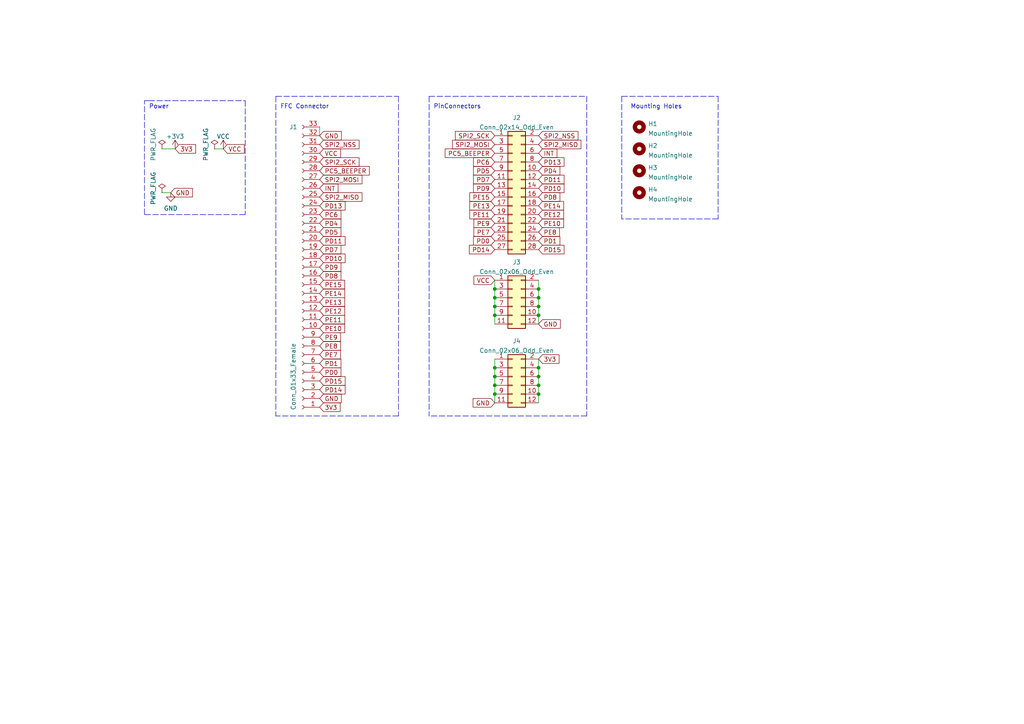
<source format=kicad_sch>
(kicad_sch (version 20211123) (generator eeschema)
  (paper "A4")
  (lib_symbols
    (symbol "Connector:Conn_01x33_Female" (pin_names (offset 1.016) hide)
      (property "Reference" "J" (at 0 43.18 0))
      (property "Value" "Conn_01x33_Female" (at 0 -43.18 0))
      (symbol "Conn_01x33_Female_1_1"
        (arc (start 0 -40.132) (mid -0.508 -40.64) (end 0 -41.148) (stroke (width 0.1524)))
        (arc (start 0 -37.592) (mid -0.508 -38.1) (end 0 -38.608) (stroke (width 0.1524)))
        (arc (start 0 -35.052) (mid -0.508 -35.56) (end 0 -36.068) (stroke (width 0.1524)))
        (arc (start 0 -32.512) (mid -0.508 -33.02) (end 0 -33.528) (stroke (width 0.1524)))
        (arc (start 0 -29.972) (mid -0.508 -30.48) (end 0 -30.988) (stroke (width 0.1524)))
        (arc (start 0 -27.432) (mid -0.508 -27.94) (end 0 -28.448) (stroke (width 0.1524)))
        (arc (start 0 -24.892) (mid -0.508 -25.4) (end 0 -25.908) (stroke (width 0.1524)))
        (arc (start 0 -22.352) (mid -0.508 -22.86) (end 0 -23.368) (stroke (width 0.1524)))
        (arc (start 0 -19.812) (mid -0.508 -20.32) (end 0 -20.828) (stroke (width 0.1524)))
        (arc (start 0 -17.272) (mid -0.508 -17.78) (end 0 -18.288) (stroke (width 0.1524)))
        (arc (start 0 -14.732) (mid -0.508 -15.24) (end 0 -15.748) (stroke (width 0.1524)))
        (arc (start 0 -12.192) (mid -0.508 -12.7) (end 0 -13.208) (stroke (width 0.1524)))
        (arc (start 0 -9.652) (mid -0.508 -10.16) (end 0 -10.668) (stroke (width 0.1524)))
        (arc (start 0 -7.112) (mid -0.508 -7.62) (end 0 -8.128) (stroke (width 0.1524)))
        (arc (start 0 -4.572) (mid -0.508 -5.08) (end 0 -5.588) (stroke (width 0.1524)))
        (arc (start 0 -2.032) (mid -0.508 -2.54) (end 0 -3.048) (stroke (width 0.1524)))
        (polyline (pts (xy -1.27 -40.64) (xy -0.508 -40.64)) (stroke (width 0.1524)))
        (polyline (pts (xy -1.27 -38.1) (xy -0.508 -38.1)) (stroke (width 0.1524)))
        (polyline (pts (xy -1.27 -35.56) (xy -0.508 -35.56)) (stroke (width 0.1524)))
        (polyline (pts (xy -1.27 -33.02) (xy -0.508 -33.02)) (stroke (width 0.1524)))
        (polyline (pts (xy -1.27 -30.48) (xy -0.508 -30.48)) (stroke (width 0.1524)))
        (polyline (pts (xy -1.27 -27.94) (xy -0.508 -27.94)) (stroke (width 0.1524)))
        (polyline (pts (xy -1.27 -25.4) (xy -0.508 -25.4)) (stroke (width 0.1524)))
        (polyline (pts (xy -1.27 -22.86) (xy -0.508 -22.86)) (stroke (width 0.1524)))
        (polyline (pts (xy -1.27 -20.32) (xy -0.508 -20.32)) (stroke (width 0.1524)))
        (polyline (pts (xy -1.27 -17.78) (xy -0.508 -17.78)) (stroke (width 0.1524)))
        (polyline (pts (xy -1.27 -15.24) (xy -0.508 -15.24)) (stroke (width 0.1524)))
        (polyline (pts (xy -1.27 -12.7) (xy -0.508 -12.7)) (stroke (width 0.1524)))
        (polyline (pts (xy -1.27 -10.16) (xy -0.508 -10.16)) (stroke (width 0.1524)))
        (polyline (pts (xy -1.27 -7.62) (xy -0.508 -7.62)) (stroke (width 0.1524)))
        (polyline (pts (xy -1.27 -5.08) (xy -0.508 -5.08)) (stroke (width 0.1524)))
        (polyline (pts (xy -1.27 -2.54) (xy -0.508 -2.54)) (stroke (width 0.1524)))
        (polyline (pts (xy -1.27 0) (xy -0.508 0)) (stroke (width 0.1524)))
        (polyline (pts (xy -1.27 2.54) (xy -0.508 2.54)) (stroke (width 0.1524)))
        (polyline (pts (xy -1.27 5.08) (xy -0.508 5.08)) (stroke (width 0.1524)))
        (polyline (pts (xy -1.27 7.62) (xy -0.508 7.62)) (stroke (width 0.1524)))
        (polyline (pts (xy -1.27 10.16) (xy -0.508 10.16)) (stroke (width 0.1524)))
        (polyline (pts (xy -1.27 12.7) (xy -0.508 12.7)) (stroke (width 0.1524)))
        (polyline (pts (xy -1.27 15.24) (xy -0.508 15.24)) (stroke (width 0.1524)))
        (polyline (pts (xy -1.27 17.78) (xy -0.508 17.78)) (stroke (width 0.1524)))
        (polyline (pts (xy -1.27 20.32) (xy -0.508 20.32)) (stroke (width 0.1524)))
        (polyline (pts (xy -1.27 22.86) (xy -0.508 22.86)) (stroke (width 0.1524)))
        (polyline (pts (xy -1.27 25.4) (xy -0.508 25.4)) (stroke (width 0.1524)))
        (polyline (pts (xy -1.27 27.94) (xy -0.508 27.94)) (stroke (width 0.1524)))
        (polyline (pts (xy -1.27 30.48) (xy -0.508 30.48)) (stroke (width 0.1524)))
        (polyline (pts (xy -1.27 33.02) (xy -0.508 33.02)) (stroke (width 0.1524)))
        (polyline (pts (xy -1.27 35.56) (xy -0.508 35.56)) (stroke (width 0.1524)))
        (polyline (pts (xy -1.27 38.1) (xy -0.508 38.1)) (stroke (width 0.1524)))
        (polyline (pts (xy -1.27 40.64) (xy -0.508 40.64)) (stroke (width 0.1524)))
        (arc (start 0 0.508) (mid -0.508 0) (end 0 -0.508) (stroke (width 0.1524)))
        (arc (start 0 3.048) (mid -0.508 2.54) (end 0 2.032) (stroke (width 0.1524)))
        (arc (start 0 5.588) (mid -0.508 5.08) (end 0 4.572) (stroke (width 0.1524)))
        (arc (start 0 8.128) (mid -0.508 7.62) (end 0 7.112) (stroke (width 0.1524)))
        (arc (start 0 10.668) (mid -0.508 10.16) (end 0 9.652) (stroke (width 0.1524)))
        (arc (start 0 13.208) (mid -0.508 12.7) (end 0 12.192) (stroke (width 0.1524)))
        (arc (start 0 15.748) (mid -0.508 15.24) (end 0 14.732) (stroke (width 0.1524)))
        (arc (start 0 18.288) (mid -0.508 17.78) (end 0 17.272) (stroke (width 0.1524)))
        (arc (start 0 20.828) (mid -0.508 20.32) (end 0 19.812) (stroke (width 0.1524)))
        (arc (start 0 23.368) (mid -0.508 22.86) (end 0 22.352) (stroke (width 0.1524)))
        (arc (start 0 25.908) (mid -0.508 25.4) (end 0 24.892) (stroke (width 0.1524)))
        (arc (start 0 28.448) (mid -0.508 27.94) (end 0 27.432) (stroke (width 0.1524)))
        (arc (start 0 30.988) (mid -0.508 30.48) (end 0 29.972) (stroke (width 0.1524)))
        (arc (start 0 33.528) (mid -0.508 33.02) (end 0 32.512) (stroke (width 0.1524)))
        (arc (start 0 36.068) (mid -0.508 35.56) (end 0 35.052) (stroke (width 0.1524)))
        (arc (start 0 38.608) (mid -0.508 38.1) (end 0 37.592) (stroke (width 0.1524)))
        (arc (start 0 41.148) (mid -0.508 40.64) (end 0 40.132) (stroke (width 0.1524)))
        (pin passive line (at -5.08 40.64 0) (length 3.81) (name "Pin_1") (number "1"))
        (pin passive line (at -5.08 17.78 0) (length 3.81) (name "Pin_10") (number "10"))
        (pin passive line (at -5.08 15.24 0) (length 3.81) (name "Pin_11") (number "11"))
        (pin passive line (at -5.08 12.7 0) (length 3.81) (name "Pin_12") (number "12"))
        (pin passive line (at -5.08 10.16 0) (length 3.81) (name "Pin_13") (number "13"))
        (pin passive line (at -5.08 7.62 0) (length 3.81) (name "Pin_14") (number "14"))
        (pin passive line (at -5.08 5.08 0) (length 3.81) (name "Pin_15") (number "15"))
        (pin passive line (at -5.08 2.54 0) (length 3.81) (name "Pin_16") (number "16"))
        (pin passive line (at -5.08 0 0) (length 3.81) (name "Pin_17") (number "17"))
        (pin passive line (at -5.08 -2.54 0) (length 3.81) (name "Pin_18") (number "18"))
        (pin passive line (at -5.08 -5.08 0) (length 3.81) (name "Pin_19") (number "19"))
        (pin passive line (at -5.08 38.1 0) (length 3.81) (name "Pin_2") (number "2"))
        (pin passive line (at -5.08 -7.62 0) (length 3.81) (name "Pin_20") (number "20"))
        (pin passive line (at -5.08 -10.16 0) (length 3.81) (name "Pin_21") (number "21"))
        (pin passive line (at -5.08 -12.7 0) (length 3.81) (name "Pin_22") (number "22"))
        (pin passive line (at -5.08 -15.24 0) (length 3.81) (name "Pin_23") (number "23"))
        (pin passive line (at -5.08 -17.78 0) (length 3.81) (name "Pin_24") (number "24"))
        (pin passive line (at -5.08 -20.32 0) (length 3.81) (name "Pin_25") (number "25"))
        (pin passive line (at -5.08 -22.86 0) (length 3.81) (name "Pin_26") (number "26"))
        (pin passive line (at -5.08 -25.4 0) (length 3.81) (name "Pin_27") (number "27"))
        (pin passive line (at -5.08 -27.94 0) (length 3.81) (name "Pin_28") (number "28"))
        (pin passive line (at -5.08 -30.48 0) (length 3.81) (name "Pin_29") (number "29"))
        (pin passive line (at -5.08 35.56 0) (length 3.81) (name "Pin_3") (number "3"))
        (pin passive line (at -5.08 -33.02 0) (length 3.81) (name "Pin_30") (number "30"))
        (pin passive line (at -5.08 -35.56 0) (length 3.81) (name "Pin_31") (number "31"))
        (pin passive line (at -5.08 -38.1 0) (length 3.81) (name "Pin_32") (number "32"))
        (pin passive line (at -5.08 -40.64 0) (length 3.81) (name "Pin_33") (number "33"))
        (pin passive line (at -5.08 33.02 0) (length 3.81) (name "Pin_4") (number "4"))
        (pin passive line (at -5.08 30.48 0) (length 3.81) (name "Pin_5") (number "5"))
        (pin passive line (at -5.08 27.94 0) (length 3.81) (name "Pin_6") (number "6"))
        (pin passive line (at -5.08 25.4 0) (length 3.81) (name "Pin_7") (number "7"))
        (pin passive line (at -5.08 22.86 0) (length 3.81) (name "Pin_8") (number "8"))
        (pin passive line (at -5.08 20.32 0) (length 3.81) (name "Pin_9") (number "9"))
      )
    )
    (symbol "Connector_Generic:Conn_02x06_Odd_Even" (pin_names (offset 1.016) hide)
      (property "Reference" "J" (at 1.27 7.62 0))
      (property "Value" "Conn_02x06_Odd_Even" (at 1.27 -10.16 0))
      (symbol "Conn_02x06_Odd_Even_1_1"
        (rectangle (start -1.27 -7.493) (end 0 -7.747) (stroke (width 0.1524)))
        (rectangle (start -1.27 -4.953) (end 0 -5.207) (stroke (width 0.1524)))
        (rectangle (start -1.27 -2.413) (end 0 -2.667) (stroke (width 0.1524)))
        (rectangle (start -1.27 0.127) (end 0 -0.127) (stroke (width 0.1524)))
        (rectangle (start -1.27 2.667) (end 0 2.413) (stroke (width 0.1524)))
        (rectangle (start -1.27 5.207) (end 0 4.953) (stroke (width 0.1524)))
        (rectangle (start -1.27 6.35) (end 3.81 -8.89) (stroke (width 0.254)) (fill (type background)))
        (rectangle (start 3.81 -7.493) (end 2.54 -7.747) (stroke (width 0.1524)))
        (rectangle (start 3.81 -4.953) (end 2.54 -5.207) (stroke (width 0.1524)))
        (rectangle (start 3.81 -2.413) (end 2.54 -2.667) (stroke (width 0.1524)))
        (rectangle (start 3.81 0.127) (end 2.54 -0.127) (stroke (width 0.1524)))
        (rectangle (start 3.81 2.667) (end 2.54 2.413) (stroke (width 0.1524)))
        (rectangle (start 3.81 5.207) (end 2.54 4.953) (stroke (width 0.1524)))
        (pin passive line (at -5.08 5.08 0) (length 3.81) (name "Pin_1") (number "1"))
        (pin passive line (at 7.62 -5.08 180) (length 3.81) (name "Pin_10") (number "10"))
        (pin passive line (at -5.08 -7.62 0) (length 3.81) (name "Pin_11") (number "11"))
        (pin passive line (at 7.62 -7.62 180) (length 3.81) (name "Pin_12") (number "12"))
        (pin passive line (at 7.62 5.08 180) (length 3.81) (name "Pin_2") (number "2"))
        (pin passive line (at -5.08 2.54 0) (length 3.81) (name "Pin_3") (number "3"))
        (pin passive line (at 7.62 2.54 180) (length 3.81) (name "Pin_4") (number "4"))
        (pin passive line (at -5.08 0 0) (length 3.81) (name "Pin_5") (number "5"))
        (pin passive line (at 7.62 0 180) (length 3.81) (name "Pin_6") (number "6"))
        (pin passive line (at -5.08 -2.54 0) (length 3.81) (name "Pin_7") (number "7"))
        (pin passive line (at 7.62 -2.54 180) (length 3.81) (name "Pin_8") (number "8"))
        (pin passive line (at -5.08 -5.08 0) (length 3.81) (name "Pin_9") (number "9"))
      )
    )
    (symbol "Connector_Generic:Conn_02x14_Odd_Even" (pin_names (offset 1.016) hide)
      (property "Reference" "J" (at 1.27 17.78 0))
      (property "Value" "Conn_02x14_Odd_Even" (at 1.27 -20.32 0))
      (symbol "Conn_02x14_Odd_Even_1_1"
        (rectangle (start -1.27 -17.653) (end 0 -17.907) (stroke (width 0.1524)))
        (rectangle (start -1.27 -15.113) (end 0 -15.367) (stroke (width 0.1524)))
        (rectangle (start -1.27 -12.573) (end 0 -12.827) (stroke (width 0.1524)))
        (rectangle (start -1.27 -10.033) (end 0 -10.287) (stroke (width 0.1524)))
        (rectangle (start -1.27 -7.493) (end 0 -7.747) (stroke (width 0.1524)))
        (rectangle (start -1.27 -4.953) (end 0 -5.207) (stroke (width 0.1524)))
        (rectangle (start -1.27 -2.413) (end 0 -2.667) (stroke (width 0.1524)))
        (rectangle (start -1.27 0.127) (end 0 -0.127) (stroke (width 0.1524)))
        (rectangle (start -1.27 2.667) (end 0 2.413) (stroke (width 0.1524)))
        (rectangle (start -1.27 5.207) (end 0 4.953) (stroke (width 0.1524)))
        (rectangle (start -1.27 7.747) (end 0 7.493) (stroke (width 0.1524)))
        (rectangle (start -1.27 10.287) (end 0 10.033) (stroke (width 0.1524)))
        (rectangle (start -1.27 12.827) (end 0 12.573) (stroke (width 0.1524)))
        (rectangle (start -1.27 15.367) (end 0 15.113) (stroke (width 0.1524)))
        (rectangle (start -1.27 16.51) (end 3.81 -19.05) (stroke (width 0.254)) (fill (type background)))
        (rectangle (start 3.81 -17.653) (end 2.54 -17.907) (stroke (width 0.1524)))
        (rectangle (start 3.81 -15.113) (end 2.54 -15.367) (stroke (width 0.1524)))
        (rectangle (start 3.81 -12.573) (end 2.54 -12.827) (stroke (width 0.1524)))
        (rectangle (start 3.81 -10.033) (end 2.54 -10.287) (stroke (width 0.1524)))
        (rectangle (start 3.81 -7.493) (end 2.54 -7.747) (stroke (width 0.1524)))
        (rectangle (start 3.81 -4.953) (end 2.54 -5.207) (stroke (width 0.1524)))
        (rectangle (start 3.81 -2.413) (end 2.54 -2.667) (stroke (width 0.1524)))
        (rectangle (start 3.81 0.127) (end 2.54 -0.127) (stroke (width 0.1524)))
        (rectangle (start 3.81 2.667) (end 2.54 2.413) (stroke (width 0.1524)))
        (rectangle (start 3.81 5.207) (end 2.54 4.953) (stroke (width 0.1524)))
        (rectangle (start 3.81 7.747) (end 2.54 7.493) (stroke (width 0.1524)))
        (rectangle (start 3.81 10.287) (end 2.54 10.033) (stroke (width 0.1524)))
        (rectangle (start 3.81 12.827) (end 2.54 12.573) (stroke (width 0.1524)))
        (rectangle (start 3.81 15.367) (end 2.54 15.113) (stroke (width 0.1524)))
        (pin passive line (at -5.08 15.24 0) (length 3.81) (name "Pin_1") (number "1"))
        (pin passive line (at 7.62 5.08 180) (length 3.81) (name "Pin_10") (number "10"))
        (pin passive line (at -5.08 2.54 0) (length 3.81) (name "Pin_11") (number "11"))
        (pin passive line (at 7.62 2.54 180) (length 3.81) (name "Pin_12") (number "12"))
        (pin passive line (at -5.08 0 0) (length 3.81) (name "Pin_13") (number "13"))
        (pin passive line (at 7.62 0 180) (length 3.81) (name "Pin_14") (number "14"))
        (pin passive line (at -5.08 -2.54 0) (length 3.81) (name "Pin_15") (number "15"))
        (pin passive line (at 7.62 -2.54 180) (length 3.81) (name "Pin_16") (number "16"))
        (pin passive line (at -5.08 -5.08 0) (length 3.81) (name "Pin_17") (number "17"))
        (pin passive line (at 7.62 -5.08 180) (length 3.81) (name "Pin_18") (number "18"))
        (pin passive line (at -5.08 -7.62 0) (length 3.81) (name "Pin_19") (number "19"))
        (pin passive line (at 7.62 15.24 180) (length 3.81) (name "Pin_2") (number "2"))
        (pin passive line (at 7.62 -7.62 180) (length 3.81) (name "Pin_20") (number "20"))
        (pin passive line (at -5.08 -10.16 0) (length 3.81) (name "Pin_21") (number "21"))
        (pin passive line (at 7.62 -10.16 180) (length 3.81) (name "Pin_22") (number "22"))
        (pin passive line (at -5.08 -12.7 0) (length 3.81) (name "Pin_23") (number "23"))
        (pin passive line (at 7.62 -12.7 180) (length 3.81) (name "Pin_24") (number "24"))
        (pin passive line (at -5.08 -15.24 0) (length 3.81) (name "Pin_25") (number "25"))
        (pin passive line (at 7.62 -15.24 180) (length 3.81) (name "Pin_26") (number "26"))
        (pin passive line (at -5.08 -17.78 0) (length 3.81) (name "Pin_27") (number "27"))
        (pin passive line (at 7.62 -17.78 180) (length 3.81) (name "Pin_28") (number "28"))
        (pin passive line (at -5.08 12.7 0) (length 3.81) (name "Pin_3") (number "3"))
        (pin passive line (at 7.62 12.7 180) (length 3.81) (name "Pin_4") (number "4"))
        (pin passive line (at -5.08 10.16 0) (length 3.81) (name "Pin_5") (number "5"))
        (pin passive line (at 7.62 10.16 180) (length 3.81) (name "Pin_6") (number "6"))
        (pin passive line (at -5.08 7.62 0) (length 3.81) (name "Pin_7") (number "7"))
        (pin passive line (at 7.62 7.62 180) (length 3.81) (name "Pin_8") (number "8"))
        (pin passive line (at -5.08 5.08 0) (length 3.81) (name "Pin_9") (number "9"))
      )
    )
    (symbol "Mechanical:MountingHole" (pin_names (offset 1.016))
      (property "Reference" "H" (at 0 5.08 0))
      (property "Value" "MountingHole" (at 0 3.175 0))
      (symbol "MountingHole_0_1"
        (circle (center 0 0) (radius 1.27) (stroke (width 1.27)))
      )
    )
    (symbol "power:+3V3" (power) (pin_names (offset 0))
      (property "Value" "+3V3" (at 0 3.556 0))
      (symbol "+3V3_0_1"
        (polyline (pts (xy -0.762 1.27) (xy 0 2.54)))
        (polyline (pts (xy 0 0) (xy 0 2.54)))
        (polyline (pts (xy 0 2.54) (xy 0.762 1.27)))
      )
      (symbol "+3V3_1_1"
        (pin power_in line (at 0 0 90) (length 0) hide (name "+3V3") (number "1"))
      )
    )
    (symbol "power:GND" (power) (pin_names (offset 0))
      (property "Value" "GND" (at 0 -3.81 0))
      (symbol "GND_0_1"
        (polyline (pts (xy 0 0) (xy 0 -1.27) (xy 1.27 -1.27) (xy 0 -2.54) (xy -1.27 -1.27) (xy 0 -1.27)))
      )
      (symbol "GND_1_1"
        (pin power_in line (at 0 0 270) (length 0) hide (name "GND") (number "1"))
      )
    )
    (symbol "power:PWR_FLAG" (power) (pin_numbers hide) (pin_names (offset 0) hide)
      (property "Value" "PWR_FLAG" (at 0 3.81 0))
      (symbol "PWR_FLAG_0_0"
        (pin power_out line (at 0 0 90) (length 0) (name "pwr") (number "1"))
      )
      (symbol "PWR_FLAG_0_1"
        (polyline (pts (xy 0 0) (xy 0 1.27) (xy -1.016 1.905) (xy 0 2.54) (xy 1.016 1.905) (xy 0 1.27)))
      )
    )
    (symbol "power:VCC" (power) (pin_names (offset 0))
      (property "Value" "VCC" (at 0 3.81 0))
      (symbol "VCC_0_1"
        (polyline (pts (xy -0.762 1.27) (xy 0 2.54)))
        (polyline (pts (xy 0 0) (xy 0 2.54)))
        (polyline (pts (xy 0 2.54) (xy 0.762 1.27)))
      )
      (symbol "VCC_1_1"
        (pin power_in line (at 0 0 90) (length 0) hide (name "VCC") (number "1"))
      )
    )
  )
  (junction (at 143.51 114.3))
  (junction (at 143.51 109.22))
  (junction (at 143.51 106.68))
  (junction (at 156.21 109.22))
  (junction (at 143.51 91.44))
  (junction (at 156.21 111.76))
  (junction (at 143.51 86.36))
  (junction (at 143.51 111.76))
  (junction (at 143.51 88.9))
  (junction (at 156.21 88.9))
  (junction (at 156.21 91.44))
  (junction (at 156.21 106.68))
  (junction (at 143.51 83.82))
  (junction (at 156.21 86.36))
  (junction (at 156.21 83.82))
  (junction (at 156.21 114.3))
  (wire (pts (xy 156.21 109.22) (xy 156.21 111.76)))
  (polyline (pts (xy 80.01 27.94) (xy 115.57 27.94)))
  (polyline (pts (xy 124.46 27.94) (xy 124.46 120.65)))
  (wire (pts (xy 156.21 111.76) (xy 156.21 114.3)))
  (wire (pts (xy 156.21 86.36) (xy 156.21 88.9)))
  (wire (pts (xy 92.71 36.83) (xy 92.71 39.37)))
  (wire (pts (xy 143.51 81.28) (xy 143.51 83.82)))
  (polyline (pts (xy 115.57 120.65) (xy 80.01 120.65)))
  (polyline (pts (xy 170.18 120.65) (xy 124.46 120.65)))
  (wire (pts (xy 143.51 111.76) (xy 143.51 114.3)))
  (polyline (pts (xy 208.28 63.5) (xy 180.34 63.5)))
  (wire (pts (xy 143.51 83.82) (xy 143.51 86.36)))
  (polyline (pts (xy 71.12 62.23) (xy 41.91 62.23)))
  (wire (pts (xy 143.51 88.9) (xy 143.51 91.44)))
  (polyline (pts (xy 180.34 27.94) (xy 208.28 27.94)))
  (wire (pts (xy 143.51 104.14) (xy 143.51 106.68)))
  (polyline (pts (xy 80.01 27.94) (xy 80.01 120.65)))
  (polyline (pts (xy 43.18 29.21) (xy 71.12 29.21)))
  (wire (pts (xy 143.51 106.68) (xy 143.51 109.22)))
  (wire (pts (xy 143.51 91.44) (xy 143.51 93.98)))
  (wire (pts (xy 156.21 81.28) (xy 156.21 83.82)))
  (polyline (pts (xy 41.91 62.23) (xy 41.91 29.21)))
  (wire (pts (xy 143.51 86.36) (xy 143.51 88.9)))
  (polyline (pts (xy 115.57 27.94) (xy 115.57 120.65)))
  (polyline (pts (xy 170.18 27.94) (xy 170.18 120.65)))
  (wire (pts (xy 156.21 104.14) (xy 156.21 106.68)))
  (wire (pts (xy 156.21 91.44) (xy 156.21 93.98)))
  (polyline (pts (xy 41.91 29.21) (xy 43.18 29.21)))
  (polyline (pts (xy 124.46 27.94) (xy 170.18 27.94)))
  (polyline (pts (xy 71.12 29.21) (xy 71.12 62.23)))
  (polyline (pts (xy 208.28 27.94) (xy 208.28 63.5)))
  (wire (pts (xy 46.99 55.88) (xy 49.53 55.88)))
  (wire (pts (xy 156.21 83.82) (xy 156.21 86.36)))
  (wire (pts (xy 156.21 88.9) (xy 156.21 91.44)))
  (wire (pts (xy 143.51 114.3) (xy 143.51 116.84)))
  (polyline (pts (xy 180.34 27.94) (xy 180.34 63.5)))
  (wire (pts (xy 156.21 114.3) (xy 156.21 116.84)))
  (wire (pts (xy 46.99 43.18) (xy 50.8 43.18)))
  (wire (pts (xy 62.23 43.18) (xy 64.77 43.18)))
  (wire (pts (xy 143.51 109.22) (xy 143.51 111.76)))
  (wire (pts (xy 156.21 106.68) (xy 156.21 109.22)))
  (text "PinConnectors" (at 125.73 31.75 0) (effects (font (size 1.27 1.27)) (justify left bottom)))
  (text "Power" (at 43.18 31.75 0) (effects (font (size 1.27 1.27)) (justify left bottom)))
  (text "Mounting Holes" (at 182.88 31.75 0) (effects (font (size 1.27 1.27)) (justify left bottom)))
  (text "FFC Connector" (at 81.28 31.75 0) (effects (font (size 1.27 1.27)) (justify left bottom)))
  (global_label "INT" (shape input) (at 156.21 44.45 0) (property "Intersheet References" "${INTERSHEET_REFS}" (effects hide)))
  (global_label "PE11" (shape input) (at 92.71 92.71 0) (property "Intersheet References" "${INTERSHEET_REFS}" (effects hide)))
  (global_label "VCC" (shape input) (at 64.77 43.18 0) (property "Intersheet References" "${INTERSHEET_REFS}" (effects hide)))
  (global_label "3V3" (shape input) (at 50.8 43.18 0) (property "Intersheet References" "${INTERSHEET_REFS}" (effects hide)))
  (global_label "PC6" (shape input) (at 143.51 46.99 180) (property "Intersheet References" "${INTERSHEET_REFS}" (effects hide)))
  (global_label "PD7" (shape input) (at 143.51 52.07 180) (property "Intersheet References" "${INTERSHEET_REFS}" (effects hide)))
  (global_label "PE13" (shape input) (at 143.51 59.69 180) (property "Intersheet References" "${INTERSHEET_REFS}" (effects hide)))
  (global_label "GND" (shape input) (at 156.21 93.98 0) (property "Intersheet References" "${INTERSHEET_REFS}" (effects hide)))
  (global_label "SPI2_NSS" (shape input) (at 92.71 41.91 0) (property "Intersheet References" "${INTERSHEET_REFS}" (effects hide)))
  (global_label "PD5" (shape input) (at 143.51 49.53 180) (property "Intersheet References" "${INTERSHEET_REFS}" (effects hide)))
  (global_label "PD10" (shape input) (at 156.21 54.61 0) (property "Intersheet References" "${INTERSHEET_REFS}" (effects hide)))
  (global_label "PD4" (shape input) (at 92.71 64.77 0) (property "Intersheet References" "${INTERSHEET_REFS}" (effects hide)))
  (global_label "GND" (shape input) (at 143.51 116.84 180) (property "Intersheet References" "${INTERSHEET_REFS}" (effects hide)))
  (global_label "PE11" (shape input) (at 143.51 62.23 180) (property "Intersheet References" "${INTERSHEET_REFS}" (effects hide)))
  (global_label "PD1" (shape input) (at 92.71 105.41 0) (property "Intersheet References" "${INTERSHEET_REFS}" (effects hide)))
  (global_label "SPI2_MOSI" (shape input) (at 92.71 52.07 0) (property "Intersheet References" "${INTERSHEET_REFS}" (effects hide)))
  (global_label "PE9" (shape input) (at 143.51 64.77 180) (property "Intersheet References" "${INTERSHEET_REFS}" (effects hide)))
  (global_label "PD4" (shape input) (at 156.21 49.53 0) (property "Intersheet References" "${INTERSHEET_REFS}" (effects hide)))
  (global_label "GND" (shape input) (at 92.71 115.57 0) (property "Intersheet References" "${INTERSHEET_REFS}" (effects hide)))
  (global_label "PE9" (shape input) (at 92.71 97.79 0) (property "Intersheet References" "${INTERSHEET_REFS}" (effects hide)))
  (global_label "SPI2_MISO" (shape input) (at 92.71 57.15 0) (property "Intersheet References" "${INTERSHEET_REFS}" (effects hide)))
  (global_label "PD5" (shape input) (at 92.71 67.31 0) (property "Intersheet References" "${INTERSHEET_REFS}" (effects hide)))
  (global_label "PE15" (shape input) (at 92.71 82.55 0) (property "Intersheet References" "${INTERSHEET_REFS}" (effects hide)))
  (global_label "GND" (shape input) (at 92.71 39.37 0) (property "Intersheet References" "${INTERSHEET_REFS}" (effects hide)))
  (global_label "PD15" (shape input) (at 156.21 72.39 0) (property "Intersheet References" "${INTERSHEET_REFS}" (effects hide)))
  (global_label "SPI2_SCK" (shape input) (at 92.71 46.99 0) (property "Intersheet References" "${INTERSHEET_REFS}" (effects hide)))
  (global_label "SPI2_MISO" (shape input) (at 156.21 41.91 0) (property "Intersheet References" "${INTERSHEET_REFS}" (effects hide)))
  (global_label "PE10" (shape input) (at 92.71 95.25 0) (property "Intersheet References" "${INTERSHEET_REFS}" (effects hide)))
  (global_label "PE13" (shape input) (at 92.71 87.63 0) (property "Intersheet References" "${INTERSHEET_REFS}" (effects hide)))
  (global_label "PE10" (shape input) (at 156.21 64.77 0) (property "Intersheet References" "${INTERSHEET_REFS}" (effects hide)))
  (global_label "PD9" (shape input) (at 92.71 77.47 0) (property "Intersheet References" "${INTERSHEET_REFS}" (effects hide)))
  (global_label "INT" (shape input) (at 92.71 54.61 0) (property "Intersheet References" "${INTERSHEET_REFS}" (effects hide)))
  (global_label "SPI2_SCK" (shape input) (at 143.51 39.37 180) (property "Intersheet References" "${INTERSHEET_REFS}" (effects hide)))
  (global_label "PD14" (shape input) (at 143.51 72.39 180) (property "Intersheet References" "${INTERSHEET_REFS}" (effects hide)))
  (global_label "PE8" (shape input) (at 156.21 67.31 0) (property "Intersheet References" "${INTERSHEET_REFS}" (effects hide)))
  (global_label "PD11" (shape input) (at 156.21 52.07 0) (property "Intersheet References" "${INTERSHEET_REFS}" (effects hide)))
  (global_label "PD13" (shape input) (at 156.21 46.99 0) (property "Intersheet References" "${INTERSHEET_REFS}" (effects hide)))
  (global_label "3V3" (shape input) (at 92.71 118.11 0) (property "Intersheet References" "${INTERSHEET_REFS}" (effects hide)))
  (global_label "PD0" (shape input) (at 143.51 69.85 180) (property "Intersheet References" "${INTERSHEET_REFS}" (effects hide)))
  (global_label "PD13" (shape input) (at 92.71 59.69 0) (property "Intersheet References" "${INTERSHEET_REFS}" (effects hide)))
  (global_label "PD8" (shape input) (at 156.21 57.15 0) (property "Intersheet References" "${INTERSHEET_REFS}" (effects hide)))
  (global_label "GND" (shape input) (at 49.53 55.88 0) (property "Intersheet References" "${INTERSHEET_REFS}" (effects hide)))
  (global_label "PD8" (shape input) (at 92.71 80.01 0) (property "Intersheet References" "${INTERSHEET_REFS}" (effects hide)))
  (global_label "PC5_BEEPER" (shape input) (at 143.51 44.45 180) (property "Intersheet References" "${INTERSHEET_REFS}" (effects hide)))
  (global_label "PE12" (shape input) (at 156.21 62.23 0) (property "Intersheet References" "${INTERSHEET_REFS}" (effects hide)))
  (global_label "PD7" (shape input) (at 92.71 72.39 0) (property "Intersheet References" "${INTERSHEET_REFS}" (effects hide)))
  (global_label "PE12" (shape input) (at 92.71 90.17 0) (property "Intersheet References" "${INTERSHEET_REFS}" (effects hide)))
  (global_label "PD0" (shape input) (at 92.71 107.95 0) (property "Intersheet References" "${INTERSHEET_REFS}" (effects hide)))
  (global_label "PD9" (shape input) (at 143.51 54.61 180) (property "Intersheet References" "${INTERSHEET_REFS}" (effects hide)))
  (global_label "PE15" (shape input) (at 143.51 57.15 180) (property "Intersheet References" "${INTERSHEET_REFS}" (effects hide)))
  (global_label "PD10" (shape input) (at 92.71 74.93 0) (property "Intersheet References" "${INTERSHEET_REFS}" (effects hide)))
  (global_label "VCC" (shape input) (at 92.71 44.45 0) (property "Intersheet References" "${INTERSHEET_REFS}" (effects hide)))
  (global_label "PD15" (shape input) (at 92.71 110.49 0) (property "Intersheet References" "${INTERSHEET_REFS}" (effects hide)))
  (global_label "PE14" (shape input) (at 92.71 85.09 0) (property "Intersheet References" "${INTERSHEET_REFS}" (effects hide)))
  (global_label "PC6" (shape input) (at 92.71 62.23 0) (property "Intersheet References" "${INTERSHEET_REFS}" (effects hide)))
  (global_label "PD11" (shape input) (at 92.71 69.85 0) (property "Intersheet References" "${INTERSHEET_REFS}" (effects hide)))
  (global_label "PE7" (shape input) (at 92.71 102.87 0) (property "Intersheet References" "${INTERSHEET_REFS}" (effects hide)))
  (global_label "SPI2_NSS" (shape input) (at 156.21 39.37 0) (property "Intersheet References" "${INTERSHEET_REFS}" (effects hide)))
  (global_label "3V3" (shape input) (at 156.21 104.14 0) (property "Intersheet References" "${INTERSHEET_REFS}" (effects hide)))
  (global_label "SPI2_MOSI" (shape input) (at 143.51 41.91 180) (property "Intersheet References" "${INTERSHEET_REFS}" (effects hide)))
  (global_label "PD14" (shape input) (at 92.71 113.03 0) (property "Intersheet References" "${INTERSHEET_REFS}" (effects hide)))
  (global_label "VCC" (shape input) (at 143.51 81.28 180) (property "Intersheet References" "${INTERSHEET_REFS}" (effects hide)))
  (global_label "PE7" (shape input) (at 143.51 67.31 180) (property "Intersheet References" "${INTERSHEET_REFS}" (effects hide)))
  (global_label "PE14" (shape input) (at 156.21 59.69 0) (property "Intersheet References" "${INTERSHEET_REFS}" (effects hide)))
  (global_label "PE8" (shape input) (at 92.71 100.33 0) (property "Intersheet References" "${INTERSHEET_REFS}" (effects hide)))
  (global_label "PD1" (shape input) (at 156.21 69.85 0) (property "Intersheet References" "${INTERSHEET_REFS}" (effects hide)))
  (global_label "PC5_BEEPER" (shape input) (at 92.71 49.53 0) (property "Intersheet References" "${INTERSHEET_REFS}" (effects hide)))
  (symbol (lib_id "Connector_Generic:Conn_02x06_Odd_Even") (at 148.59 86.36 0) (unit 1)
    (property "Reference" "J3" (at 149.86 76.0435 0))
    (property "Value" "Conn_02x06_Odd_Even" (at 149.86 78.8186 0))
    (property "Footprint" "Connector_PinHeader_2.54mm:PinHeader_2x06_P2.54mm_Horizontal" (effects hide))
  )
  (symbol (lib_id "power:PWR_FLAG") (at 46.99 43.18 0) (unit 1)
    (property "Reference" "#FLG0101" (effects hide))
    (property "Value" "PWR_FLAG" (at 44.45 41.91 90))
  )
  (symbol (lib_id "power:PWR_FLAG") (at 46.99 55.88 0) (unit 1)
    (property "Reference" "#FLG0103" (effects hide))
    (property "Value" "PWR_FLAG" (at 44.45 54.61 90))
  )
  (symbol (lib_id "Mechanical:MountingHole") (at 185.42 43.18 0) (unit 1)
    (property "Reference" "H2" (at 187.96 42.2715 0) (effects (justify left)))
    (property "Value" "MountingHole" (at 187.96 45.0466 0) (effects (justify left)))
    (property "Footprint" "MountingHole:MountingHole_3.2mm_M3_DIN965_Pad" (effects hide))
  )
  (symbol (lib_id "Mechanical:MountingHole") (at 185.42 55.88 0) (unit 1)
    (property "Reference" "H4" (at 187.96 54.9715 0) (effects (justify left)))
    (property "Value" "MountingHole" (at 187.96 57.7466 0) (effects (justify left)))
    (property "Footprint" "MountingHole:MountingHole_3.2mm_M3_DIN965_Pad" (effects hide))
  )
  (symbol (lib_id "Connector_Generic:Conn_02x14_Odd_Even") (at 148.59 54.61 0) (unit 1)
    (property "Reference" "J2" (at 149.86 34.1335 0))
    (property "Value" "Conn_02x14_Odd_Even" (at 149.86 36.9086 0))
    (property "Footprint" "Connector_PinSocket_2.54mm:PinSocket_2x14_P2.54mm_Horizontal" (effects hide))
  )
  (symbol (lib_id "Mechanical:MountingHole") (at 185.42 49.53 0) (unit 1)
    (property "Reference" "H3" (at 187.96 48.6215 0) (effects (justify left)))
    (property "Value" "MountingHole" (at 187.96 51.3966 0) (effects (justify left)))
    (property "Footprint" "MountingHole:MountingHole_3.2mm_M3_DIN965_Pad" (effects hide))
  )
  (symbol (lib_id "Mechanical:MountingHole") (at 185.42 36.83 0) (unit 1)
    (property "Reference" "H1" (at 187.96 35.9215 0) (effects (justify left)))
    (property "Value" "MountingHole" (at 187.96 38.6966 0) (effects (justify left)))
    (property "Footprint" "MountingHole:MountingHole_3.2mm_M3_DIN965_Pad" (effects hide))
  )
  (symbol (lib_id "power:PWR_FLAG") (at 62.23 43.18 0) (unit 1)
    (property "Reference" "#FLG0102" (effects hide))
    (property "Value" "PWR_FLAG" (at 59.69 41.91 90))
  )
  (symbol (lib_id "Connector:Conn_01x33_Female") (at 87.63 77.47 180) (unit 1)
    (property "Reference" "J1" (at 85.09 36.83 0))
    (property "Value" "Conn_01x33_Female" (at 85.09 109.22 90))
    (property "Footprint" "kp3sExpander:FPC_32" (effects hide))
  )
  (symbol (lib_id "power:+3V3") (at 50.8 43.18 0) (unit 1)
    (property "Reference" "#PWR01" (effects hide))
    (property "Value" "+3V3" (at 50.8 39.5755 0))
  )
  (symbol (lib_id "Connector_Generic:Conn_02x06_Odd_Even") (at 148.59 109.22 0) (unit 1)
    (property "Reference" "J4" (at 149.86 98.9035 0))
    (property "Value" "Conn_02x06_Odd_Even" (at 149.86 101.6786 0))
    (property "Footprint" "Connector_PinHeader_2.54mm:PinHeader_2x06_P2.54mm_Horizontal" (effects hide))
  )
  (symbol (lib_id "power:VCC") (at 64.77 43.18 0) (unit 1)
    (property "Reference" "#PWR03" (effects hide))
    (property "Value" "VCC" (at 64.77 39.5755 0))
  )
  (symbol (lib_id "power:GND") (at 49.53 55.88 0) (unit 1)
    (property "Reference" "#PWR02" (effects hide))
    (property "Value" "GND" (at 49.53 60.4425 0))
  )
)
</source>
